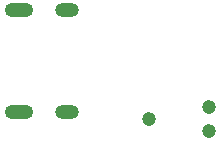
<source format=gbs>
G04*
G04 #@! TF.GenerationSoftware,Altium Limited,Altium Designer,25.1.2 (22)*
G04*
G04 Layer_Color=16711935*
%FSLAX44Y44*%
%MOMM*%
G71*
G04*
G04 #@! TF.SameCoordinates,E3DFA4F9-DD02-4CCE-B99A-3B4F6649CBA6*
G04*
G04*
G04 #@! TF.FilePolarity,Negative*
G04*
G01*
G75*
%ADD31C,1.1938*%
%ADD32O,2.4032X1.2032*%
%ADD33O,2.0032X1.2032*%
D31*
X134600Y21350D02*
D03*
X185400Y31510D02*
D03*
Y11190D02*
D03*
D32*
X25000Y26800D02*
D03*
Y113200D02*
D03*
D33*
X65000Y26800D02*
D03*
Y113200D02*
D03*
M02*

</source>
